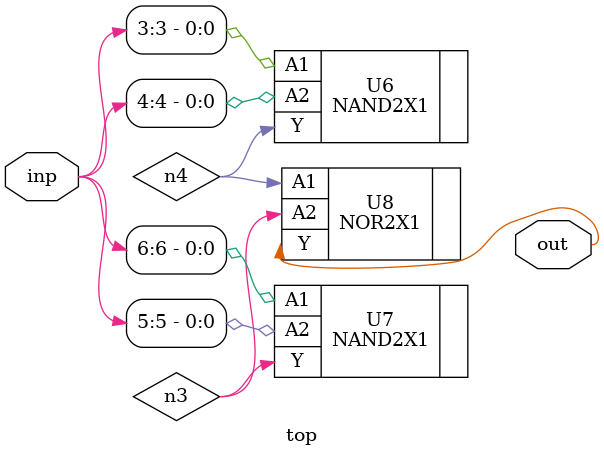
<source format=sv>


module top ( inp, out );
  input [6:0] inp;
  output out;
  wire   n3, n4;

  NAND2X1 U6 ( .A1(inp[3]), .A2(inp[4]), .Y(n4) );
  NAND2X1 U7 ( .A1(inp[6]), .A2(inp[5]), .Y(n3) );
  NOR2X1 U8 ( .A1(n4), .A2(n3), .Y(out) );
endmodule


</source>
